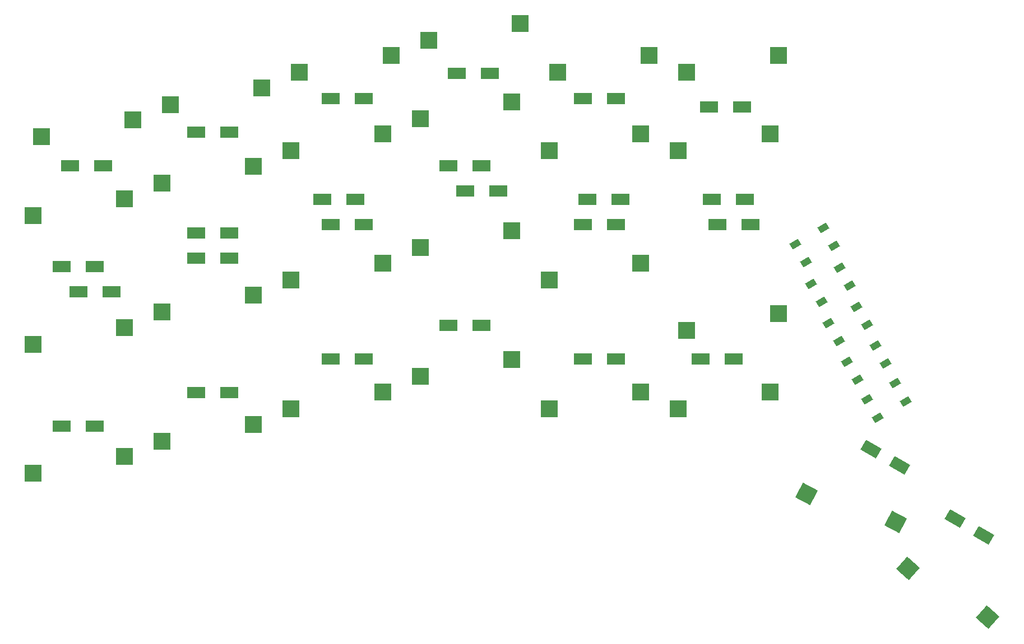
<source format=gbr>
%TF.GenerationSoftware,KiCad,Pcbnew,6.0.5-a6ca702e91~116~ubuntu22.04.1*%
%TF.CreationDate,2022-05-20T13:25:00-05:00*%
%TF.ProjectId,board,626f6172-642e-46b6-9963-61645f706362,rev?*%
%TF.SameCoordinates,Original*%
%TF.FileFunction,Paste,Bot*%
%TF.FilePolarity,Positive*%
%FSLAX46Y46*%
G04 Gerber Fmt 4.6, Leading zero omitted, Abs format (unit mm)*
G04 Created by KiCad (PCBNEW 6.0.5-a6ca702e91~116~ubuntu22.04.1) date 2022-05-20 13:25:00*
%MOMM*%
%LPD*%
G01*
G04 APERTURE LIST*
G04 Aperture macros list*
%AMRotRect*
0 Rectangle, with rotation*
0 The origin of the aperture is its center*
0 $1 length*
0 $2 width*
0 $3 Rotation angle, in degrees counterclockwise*
0 Add horizontal line*
21,1,$1,$2,0,0,$3*%
G04 Aperture macros list end*
%ADD10R,2.700000X1.700000*%
%ADD11RotRect,2.700000X1.700000X330.000000*%
%ADD12RotRect,1.500000X1.000000X210.000000*%
%ADD13RotRect,2.550000X2.500000X138.220000*%
%ADD14RotRect,2.550000X2.500000X152.190000*%
%ADD15R,2.550000X2.500000*%
G04 APERTURE END LIST*
D10*
%TO.C,D20*%
X129500000Y-99060000D03*
X124500000Y-99060000D03*
%TD*%
D11*
%TO.C,D61*%
X218814936Y-123210000D03*
X223145064Y-125710000D03*
%TD*%
%TO.C,D60*%
X206114936Y-112685000D03*
X210445064Y-115185000D03*
%TD*%
D10*
%TO.C,D53*%
X181650000Y-60960000D03*
X186650000Y-60960000D03*
%TD*%
%TO.C,D52*%
X182060000Y-74930000D03*
X187060000Y-74930000D03*
%TD*%
%TO.C,D51*%
X182920000Y-78740000D03*
X187920000Y-78740000D03*
%TD*%
%TO.C,D50*%
X180380000Y-99060000D03*
X185380000Y-99060000D03*
%TD*%
%TO.C,D43*%
X167600000Y-59690000D03*
X162600000Y-59690000D03*
%TD*%
%TO.C,D42*%
X168235000Y-74930000D03*
X163235000Y-74930000D03*
%TD*%
%TO.C,D41*%
X167600000Y-78740000D03*
X162600000Y-78740000D03*
%TD*%
%TO.C,D40*%
X167600000Y-99060000D03*
X162600000Y-99060000D03*
%TD*%
%TO.C,D33*%
X148550000Y-55880000D03*
X143550000Y-55880000D03*
%TD*%
%TO.C,D32*%
X147280000Y-69850000D03*
X142280000Y-69850000D03*
%TD*%
%TO.C,D31*%
X149820000Y-73660000D03*
X144820000Y-73660000D03*
%TD*%
%TO.C,D30*%
X147280000Y-93980000D03*
X142280000Y-93980000D03*
%TD*%
%TO.C,D23*%
X129500000Y-59690000D03*
X124500000Y-59690000D03*
%TD*%
%TO.C,D22*%
X128230000Y-74930000D03*
X123230000Y-74930000D03*
%TD*%
%TO.C,D21*%
X129500000Y-78740000D03*
X124500000Y-78740000D03*
%TD*%
%TO.C,D13*%
X109180000Y-64770000D03*
X104180000Y-64770000D03*
%TD*%
%TO.C,D12*%
X109180000Y-80010000D03*
X104180000Y-80010000D03*
%TD*%
%TO.C,D11*%
X109180000Y-83820000D03*
X104180000Y-83820000D03*
%TD*%
%TO.C,D10*%
X109180000Y-104140000D03*
X104180000Y-104140000D03*
%TD*%
%TO.C,D03*%
X90130000Y-69850000D03*
X85130000Y-69850000D03*
%TD*%
%TO.C,D02*%
X88860000Y-85090000D03*
X83860000Y-85090000D03*
%TD*%
%TO.C,D01*%
X91400000Y-88900000D03*
X86400000Y-88900000D03*
%TD*%
%TO.C,D00*%
X88860000Y-109220000D03*
X83860000Y-109220000D03*
%TD*%
D12*
%TO.C,LED2*%
X203939775Y-91159032D03*
X205539775Y-93930314D03*
X201296251Y-96380314D03*
X199696251Y-93609032D03*
%TD*%
%TO.C,LED1*%
X206750062Y-96992023D03*
X208350062Y-99763305D03*
X204106538Y-102213305D03*
X202506538Y-99442023D03*
%TD*%
%TO.C,LED4*%
X194688238Y-81669359D03*
X196288238Y-84440641D03*
X200531762Y-81990641D03*
X198931762Y-79219359D03*
%TD*%
%TO.C,LED3*%
X201332637Y-85232453D03*
X202932637Y-88003735D03*
X198689113Y-90453735D03*
X197089113Y-87682453D03*
%TD*%
%TO.C,LED0*%
X209760146Y-102724468D03*
X211360146Y-105495750D03*
X207116622Y-107945750D03*
X205516622Y-105174468D03*
%TD*%
D13*
%TO.C,K61*%
X211740517Y-130714030D03*
X223760913Y-138047800D03*
%TD*%
D14*
%TO.C,K60*%
X209839481Y-123699479D03*
X196404148Y-119484515D03*
%TD*%
D15*
%TO.C,K53*%
X178270000Y-55720000D03*
X192120000Y-53180000D03*
%TD*%
%TO.C,K52*%
X190850000Y-65060000D03*
X177000000Y-67600000D03*
%TD*%
%TO.C,K51*%
X178270000Y-94720000D03*
X192120000Y-92180000D03*
%TD*%
%TO.C,K50*%
X190850000Y-104060000D03*
X177000000Y-106600000D03*
%TD*%
%TO.C,K43*%
X158770000Y-55720000D03*
X172620000Y-53180000D03*
%TD*%
%TO.C,K42*%
X171350000Y-65060000D03*
X157500000Y-67600000D03*
%TD*%
%TO.C,K41*%
X171350000Y-84560000D03*
X157500000Y-87100000D03*
%TD*%
%TO.C,K40*%
X171350000Y-104060000D03*
X157500000Y-106600000D03*
%TD*%
%TO.C,K33*%
X139270000Y-50845000D03*
X153120000Y-48305000D03*
%TD*%
%TO.C,K32*%
X151850000Y-60185000D03*
X138000000Y-62725000D03*
%TD*%
%TO.C,K31*%
X151850000Y-79685000D03*
X138000000Y-82225000D03*
%TD*%
%TO.C,K30*%
X151850000Y-99185000D03*
X138000000Y-101725000D03*
%TD*%
%TO.C,K23*%
X119770000Y-55720000D03*
X133620000Y-53180000D03*
%TD*%
%TO.C,K22*%
X132350000Y-65060000D03*
X118500000Y-67600000D03*
%TD*%
%TO.C,K21*%
X132350000Y-84560000D03*
X118500000Y-87100000D03*
%TD*%
%TO.C,K20*%
X132350000Y-104060000D03*
X118500000Y-106600000D03*
%TD*%
%TO.C,K13*%
X100270000Y-60595000D03*
X114120000Y-58055000D03*
%TD*%
%TO.C,K12*%
X112850000Y-69935000D03*
X99000000Y-72475000D03*
%TD*%
%TO.C,K11*%
X112850000Y-89435000D03*
X99000000Y-91975000D03*
%TD*%
%TO.C,K10*%
X112850000Y-108935000D03*
X99000000Y-111475000D03*
%TD*%
%TO.C,K03*%
X80770000Y-65470000D03*
X94620000Y-62930000D03*
%TD*%
%TO.C,K02*%
X93350000Y-74810000D03*
X79500000Y-77350000D03*
%TD*%
%TO.C,K01*%
X93350000Y-94310000D03*
X79500000Y-96850000D03*
%TD*%
%TO.C,K00*%
X93350000Y-113810000D03*
X79500000Y-116350000D03*
%TD*%
M02*

</source>
